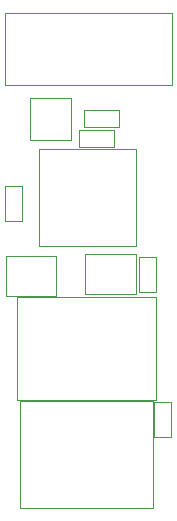
<source format=gbr>
%TF.GenerationSoftware,KiCad,Pcbnew,(5.1.9)-1*%
%TF.CreationDate,2021-04-27T21:37:28-04:00*%
%TF.ProjectId,mega_nrf24_usb,6d656761-5f6e-4726-9632-345f7573622e,rev?*%
%TF.SameCoordinates,Original*%
%TF.FileFunction,Other,User*%
%FSLAX46Y46*%
G04 Gerber Fmt 4.6, Leading zero omitted, Abs format (unit mm)*
G04 Created by KiCad (PCBNEW (5.1.9)-1) date 2021-04-27 21:37:28*
%MOMM*%
%LPD*%
G01*
G04 APERTURE LIST*
%ADD10C,0.050000*%
G04 APERTURE END LIST*
D10*
%TO.C,J1*%
X244971000Y-131886100D02*
X256171000Y-131886100D01*
X244971000Y-140936100D02*
X244971000Y-131886100D01*
X256171000Y-140936100D02*
X244971000Y-140936100D01*
X256171000Y-131886100D02*
X256171000Y-140936100D01*
%TO.C,C3*%
X243633240Y-116625820D02*
X243633240Y-113665820D01*
X245093240Y-116625820D02*
X243633240Y-116625820D01*
X245093240Y-113665820D02*
X245093240Y-116625820D01*
X243633240Y-113665820D02*
X245093240Y-113665820D01*
%TO.C,C2*%
X255027680Y-122625300D02*
X255027680Y-119665300D01*
X256487680Y-122625300D02*
X255027680Y-122625300D01*
X256487680Y-119665300D02*
X256487680Y-122625300D01*
X255027680Y-119665300D02*
X256487680Y-119665300D01*
%TO.C,J2*%
X257825500Y-98966700D02*
X243625500Y-98966700D01*
X243625500Y-98966700D02*
X243625500Y-105116700D01*
X257825500Y-98966700D02*
X257825500Y-105116700D01*
X257825500Y-105116700D02*
X243625500Y-105116700D01*
%TO.C,U2*%
X254767280Y-122809700D02*
X250427280Y-122809700D01*
X254767280Y-122809700D02*
X254767280Y-119409700D01*
X250427280Y-119409700D02*
X250427280Y-122809700D01*
X250427280Y-119409700D02*
X254767280Y-119409700D01*
%TO.C,U1*%
X254792600Y-110522900D02*
X246552600Y-110522900D01*
X254792600Y-118762900D02*
X254792600Y-110522900D01*
X246552600Y-118762900D02*
X254792600Y-118762900D01*
X246552600Y-110522900D02*
X246552600Y-118762900D01*
%TO.C,R2*%
X252877000Y-110343700D02*
X249917000Y-110343700D01*
X252877000Y-108883700D02*
X252877000Y-110343700D01*
X249917000Y-108883700D02*
X252877000Y-108883700D01*
X249917000Y-110343700D02*
X249917000Y-108883700D01*
%TO.C,R1*%
X253321500Y-108692700D02*
X250361500Y-108692700D01*
X253321500Y-107232700D02*
X253321500Y-108692700D01*
X250361500Y-107232700D02*
X253321500Y-107232700D01*
X250361500Y-108692700D02*
X250361500Y-107232700D01*
%TO.C,ICSP1*%
X244650680Y-131753860D02*
X256450680Y-131753860D01*
X244650680Y-123053860D02*
X244650680Y-131753860D01*
X256450680Y-123053860D02*
X244650680Y-123053860D01*
X256450680Y-131753860D02*
X256450680Y-123053860D01*
%TO.C,Y1*%
X243789600Y-122938380D02*
X247989600Y-122938380D01*
X243789600Y-119538380D02*
X243789600Y-122938380D01*
X247989600Y-119538380D02*
X243789600Y-119538380D01*
X247989600Y-122938380D02*
X247989600Y-119538380D01*
%TO.C,D3*%
X245823000Y-109712700D02*
X245823000Y-106212700D01*
X249223000Y-109712700D02*
X245823000Y-109712700D01*
X249223000Y-106212700D02*
X249223000Y-109712700D01*
X245823000Y-106212700D02*
X249223000Y-106212700D01*
%TO.C,C1*%
X257752600Y-131945900D02*
X257752600Y-134905900D01*
X256292600Y-131945900D02*
X257752600Y-131945900D01*
X256292600Y-134905900D02*
X256292600Y-131945900D01*
X257752600Y-134905900D02*
X256292600Y-134905900D01*
%TD*%
M02*

</source>
